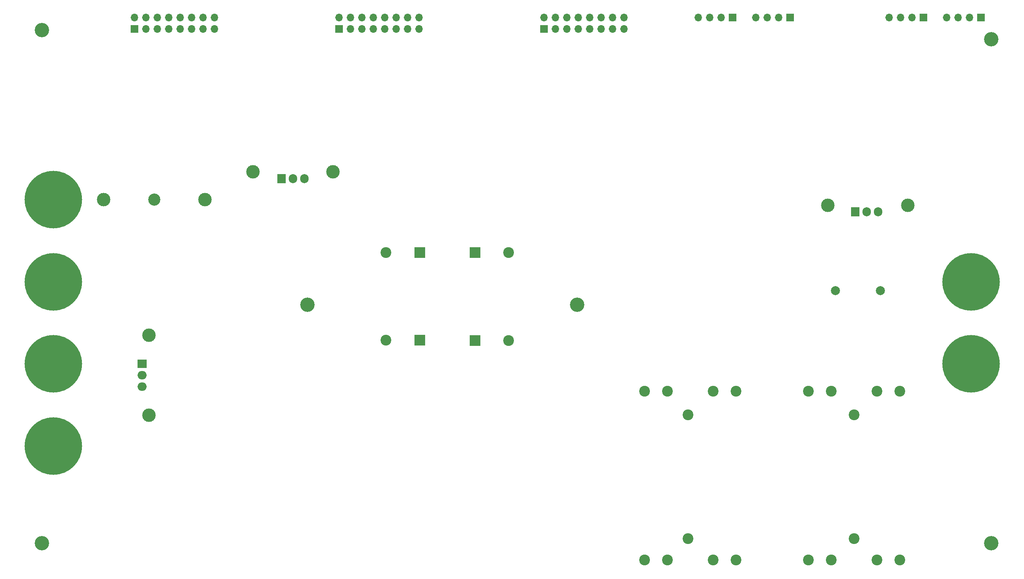
<source format=gbs>
G04 #@! TF.GenerationSoftware,KiCad,Pcbnew,(6.0.6)*
G04 #@! TF.CreationDate,2023-08-29T14:34:46+02:00*
G04 #@! TF.ProjectId,cuk-iso-ps,63756b2d-6973-46f2-9d70-732e6b696361,rev?*
G04 #@! TF.SameCoordinates,Original*
G04 #@! TF.FileFunction,Soldermask,Bot*
G04 #@! TF.FilePolarity,Negative*
%FSLAX46Y46*%
G04 Gerber Fmt 4.6, Leading zero omitted, Abs format (unit mm)*
G04 Created by KiCad (PCBNEW (6.0.6)) date 2023-08-29 14:34:46*
%MOMM*%
%LPD*%
G01*
G04 APERTURE LIST*
%ADD10C,3.200000*%
%ADD11C,2.400000*%
%ADD12C,12.800000*%
%ADD13R,1.700000X1.700000*%
%ADD14O,1.700000X1.700000*%
%ADD15R,2.400000X2.400000*%
%ADD16C,3.000000*%
%ADD17R,1.905000X2.000000*%
%ADD18O,1.905000X2.000000*%
%ADD19R,2.000000X1.905000*%
%ADD20O,2.000000X1.905000*%
%ADD21C,2.000000*%
%ADD22C,2.700000*%
G04 APERTURE END LIST*
D10*
X79000000Y-91800000D03*
D11*
X205600000Y-148500000D03*
X195400000Y-148500000D03*
X195400000Y-111000000D03*
X205600000Y-111000000D03*
D12*
X22500000Y-68450000D03*
D10*
X20000000Y-144800000D03*
D13*
X86070000Y-30480000D03*
D14*
X86070000Y-27940000D03*
X88610000Y-30480000D03*
X88610000Y-27940000D03*
X91150000Y-30480000D03*
X91150000Y-27940000D03*
X93690000Y-30480000D03*
X93690000Y-27940000D03*
X96230000Y-30480000D03*
X96230000Y-27940000D03*
X98770000Y-30480000D03*
X98770000Y-27940000D03*
X101310000Y-30480000D03*
X101310000Y-27940000D03*
X103850000Y-30480000D03*
X103850000Y-27940000D03*
D13*
X40570000Y-30480000D03*
D14*
X40570000Y-27940000D03*
X43110000Y-30480000D03*
X43110000Y-27940000D03*
X45650000Y-30480000D03*
X45650000Y-27940000D03*
X48190000Y-30480000D03*
X48190000Y-27940000D03*
X50730000Y-30480000D03*
X50730000Y-27940000D03*
X53270000Y-30480000D03*
X53270000Y-27940000D03*
X55810000Y-30480000D03*
X55810000Y-27940000D03*
X58350000Y-30480000D03*
X58350000Y-27940000D03*
D12*
X226500000Y-86700000D03*
D10*
X20000000Y-30800000D03*
X231000000Y-144800000D03*
D11*
X169200000Y-148504000D03*
X159000000Y-148504000D03*
X159000000Y-111004000D03*
X169200000Y-111004000D03*
D13*
X131570000Y-30480000D03*
D14*
X131570000Y-27940000D03*
X134110000Y-30480000D03*
X134110000Y-27940000D03*
X136650000Y-30480000D03*
X136650000Y-27940000D03*
X139190000Y-30480000D03*
X139190000Y-27940000D03*
X141730000Y-30480000D03*
X141730000Y-27940000D03*
X144270000Y-30480000D03*
X144270000Y-27940000D03*
X146810000Y-30480000D03*
X146810000Y-27940000D03*
X149350000Y-30480000D03*
X149350000Y-27940000D03*
D11*
X163592000Y-143758000D03*
X163592000Y-116258000D03*
D15*
X116250000Y-99750000D03*
D11*
X123750000Y-99750000D03*
D16*
X43750000Y-98550000D03*
X43750000Y-116350000D03*
D15*
X103977780Y-99700000D03*
D11*
X96477780Y-99700000D03*
D17*
X200770000Y-71150000D03*
D18*
X203310000Y-71150000D03*
X205850000Y-71150000D03*
D19*
X42250000Y-104950000D03*
D20*
X42250000Y-107490000D03*
X42250000Y-110030000D03*
D16*
X66890000Y-62300000D03*
X84690000Y-62300000D03*
D12*
X226500000Y-104950000D03*
X22500000Y-86700000D03*
D11*
X200500000Y-143754000D03*
X200500000Y-116254000D03*
D13*
X215930000Y-27940000D03*
D14*
X213390000Y-27940000D03*
X210850000Y-27940000D03*
X208310000Y-27940000D03*
D13*
X186250000Y-27940000D03*
D14*
X183710000Y-27940000D03*
X181170000Y-27940000D03*
X178630000Y-27940000D03*
D16*
X194650000Y-69700000D03*
X212450000Y-69700000D03*
D11*
X210650000Y-148500000D03*
X190350000Y-148500000D03*
X210650000Y-111000000D03*
X190350000Y-111000000D03*
D13*
X173510000Y-27940000D03*
D14*
X170970000Y-27940000D03*
X168430000Y-27940000D03*
X165890000Y-27940000D03*
D11*
X153950000Y-148504000D03*
X174250000Y-148504000D03*
X153950000Y-111004000D03*
X174250000Y-111004000D03*
D13*
X228680000Y-27940000D03*
D14*
X226140000Y-27940000D03*
X223600000Y-27940000D03*
X221060000Y-27940000D03*
D21*
X196350000Y-88700000D03*
X206350000Y-88700000D03*
D15*
X103955560Y-80173780D03*
D11*
X96455560Y-80173780D03*
D10*
X231000000Y-32800000D03*
D12*
X22500000Y-123200000D03*
D10*
X138975000Y-91800000D03*
D12*
X22500000Y-104950000D03*
D17*
X73250000Y-63745000D03*
D18*
X75790000Y-63745000D03*
X78330000Y-63745000D03*
D15*
X116250000Y-80200000D03*
D11*
X123750000Y-80200000D03*
D22*
X45000000Y-68450000D03*
D16*
X33750000Y-68450000D03*
X56250000Y-68450000D03*
M02*

</source>
